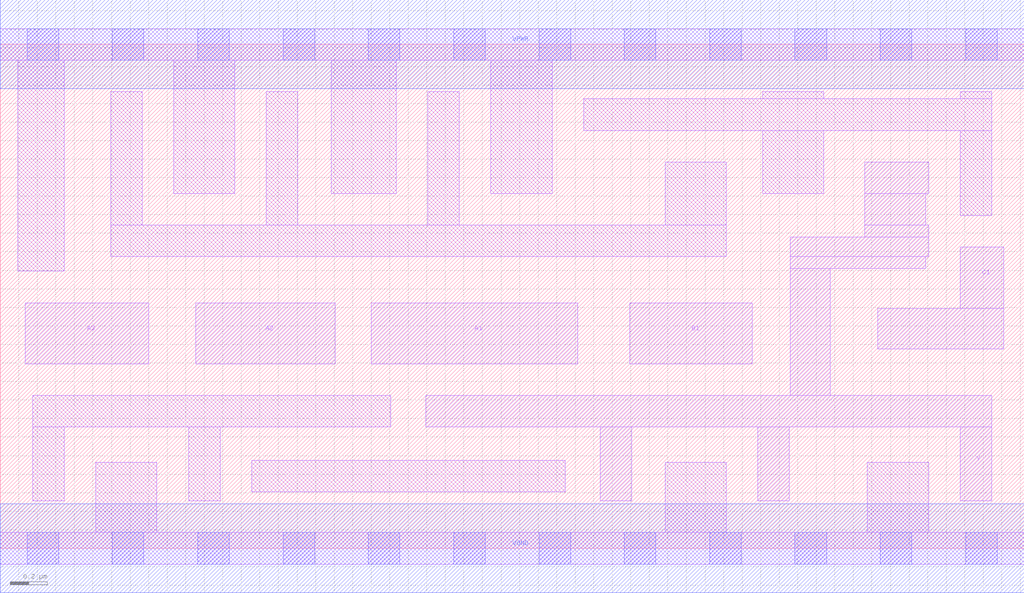
<source format=lef>
# Copyright 2020 The SkyWater PDK Authors
#
# Licensed under the Apache License, Version 2.0 (the "License");
# you may not use this file except in compliance with the License.
# You may obtain a copy of the License at
#
#     https://www.apache.org/licenses/LICENSE-2.0
#
# Unless required by applicable law or agreed to in writing, software
# distributed under the License is distributed on an "AS IS" BASIS,
# WITHOUT WARRANTIES OR CONDITIONS OF ANY KIND, either express or implied.
# See the License for the specific language governing permissions and
# limitations under the License.
#
# SPDX-License-Identifier: Apache-2.0

VERSION 5.7 ;
  NAMESCASESENSITIVE ON ;
  NOWIREEXTENSIONATPIN ON ;
  DIVIDERCHAR "/" ;
  BUSBITCHARS "[]" ;
UNITS
  DATABASE MICRONS 200 ;
END UNITS
MACRO sky130_fd_sc_hd__a311oi_2
  CLASS CORE ;
  SOURCE USER ;
  FOREIGN sky130_fd_sc_hd__a311oi_2 ;
  ORIGIN  0.000000  0.000000 ;
  SIZE  5.520000 BY  2.720000 ;
  SYMMETRY X Y R90 ;
  SITE unithd ;
  PIN A1
    ANTENNAGATEAREA  0.495000 ;
    DIRECTION INPUT ;
    USE SIGNAL ;
    PORT
      LAYER li1 ;
        RECT 2.000000 0.995000 3.115000 1.325000 ;
    END
  END A1
  PIN A2
    ANTENNAGATEAREA  0.495000 ;
    DIRECTION INPUT ;
    USE SIGNAL ;
    PORT
      LAYER li1 ;
        RECT 1.055000 0.995000 1.805000 1.325000 ;
    END
  END A2
  PIN A3
    ANTENNAGATEAREA  0.495000 ;
    DIRECTION INPUT ;
    USE SIGNAL ;
    PORT
      LAYER li1 ;
        RECT 0.135000 0.995000 0.800000 1.325000 ;
    END
  END A3
  PIN B1
    ANTENNAGATEAREA  0.495000 ;
    DIRECTION INPUT ;
    USE SIGNAL ;
    PORT
      LAYER li1 ;
        RECT 3.395000 0.995000 4.055000 1.325000 ;
    END
  END B1
  PIN C1
    ANTENNAGATEAREA  0.495000 ;
    DIRECTION INPUT ;
    USE SIGNAL ;
    PORT
      LAYER li1 ;
        RECT 4.730000 1.075000 5.410000 1.295000 ;
        RECT 5.175000 1.295000 5.410000 1.625000 ;
    END
  END C1
  PIN Y
    ANTENNADIFFAREA  1.141000 ;
    DIRECTION OUTPUT ;
    USE SIGNAL ;
    PORT
      LAYER li1 ;
        RECT 2.295000 0.655000 5.345000 0.825000 ;
        RECT 3.235000 0.255000 3.405000 0.655000 ;
        RECT 4.085000 0.255000 4.255000 0.655000 ;
        RECT 4.260000 0.825000 4.475000 1.510000 ;
        RECT 4.260000 1.510000 4.990000 1.575000 ;
        RECT 4.260000 1.575000 5.005000 1.680000 ;
        RECT 4.660000 1.680000 5.005000 1.745000 ;
        RECT 4.660000 1.745000 4.990000 1.915000 ;
        RECT 4.660000 1.915000 5.005000 2.085000 ;
        RECT 5.175000 0.255000 5.345000 0.655000 ;
    END
  END Y
  PIN VGND
    DIRECTION INOUT ;
    SHAPE ABUTMENT ;
    USE GROUND ;
    PORT
      LAYER met1 ;
        RECT 0.000000 -0.240000 5.520000 0.240000 ;
    END
  END VGND
  PIN VPWR
    DIRECTION INOUT ;
    SHAPE ABUTMENT ;
    USE POWER ;
    PORT
      LAYER met1 ;
        RECT 0.000000 2.480000 5.520000 2.960000 ;
    END
  END VPWR
  OBS
    LAYER li1 ;
      RECT 0.000000 -0.085000 5.520000 0.085000 ;
      RECT 0.000000  2.635000 5.520000 2.805000 ;
      RECT 0.095000  1.495000 0.345000 2.635000 ;
      RECT 0.175000  0.255000 0.345000 0.655000 ;
      RECT 0.175000  0.655000 2.105000 0.825000 ;
      RECT 0.515000  0.085000 0.845000 0.465000 ;
      RECT 0.595000  1.575000 3.915000 1.745000 ;
      RECT 0.595000  1.745000 0.765000 2.465000 ;
      RECT 0.935000  1.915000 1.265000 2.635000 ;
      RECT 1.015000  0.255000 1.185000 0.655000 ;
      RECT 1.355000  0.305000 3.045000 0.475000 ;
      RECT 1.435000  1.745000 1.605000 2.465000 ;
      RECT 1.785000  1.915000 2.135000 2.635000 ;
      RECT 2.305000  1.745000 2.475000 2.465000 ;
      RECT 2.645000  1.915000 2.975000 2.635000 ;
      RECT 3.145000  2.255000 5.345000 2.425000 ;
      RECT 3.585000  0.085000 3.915000 0.465000 ;
      RECT 3.585000  1.745000 3.915000 2.085000 ;
      RECT 4.110000  1.915000 4.440000 2.255000 ;
      RECT 4.110000  2.425000 4.440000 2.465000 ;
      RECT 4.675000  0.085000 5.005000 0.465000 ;
      RECT 5.175000  1.795000 5.345000 2.255000 ;
      RECT 5.175000  2.425000 5.345000 2.465000 ;
    LAYER mcon ;
      RECT 0.145000 -0.085000 0.315000 0.085000 ;
      RECT 0.145000  2.635000 0.315000 2.805000 ;
      RECT 0.605000 -0.085000 0.775000 0.085000 ;
      RECT 0.605000  2.635000 0.775000 2.805000 ;
      RECT 1.065000 -0.085000 1.235000 0.085000 ;
      RECT 1.065000  2.635000 1.235000 2.805000 ;
      RECT 1.525000 -0.085000 1.695000 0.085000 ;
      RECT 1.525000  2.635000 1.695000 2.805000 ;
      RECT 1.985000 -0.085000 2.155000 0.085000 ;
      RECT 1.985000  2.635000 2.155000 2.805000 ;
      RECT 2.445000 -0.085000 2.615000 0.085000 ;
      RECT 2.445000  2.635000 2.615000 2.805000 ;
      RECT 2.905000 -0.085000 3.075000 0.085000 ;
      RECT 2.905000  2.635000 3.075000 2.805000 ;
      RECT 3.365000 -0.085000 3.535000 0.085000 ;
      RECT 3.365000  2.635000 3.535000 2.805000 ;
      RECT 3.825000 -0.085000 3.995000 0.085000 ;
      RECT 3.825000  2.635000 3.995000 2.805000 ;
      RECT 4.285000 -0.085000 4.455000 0.085000 ;
      RECT 4.285000  2.635000 4.455000 2.805000 ;
      RECT 4.745000 -0.085000 4.915000 0.085000 ;
      RECT 4.745000  2.635000 4.915000 2.805000 ;
      RECT 5.205000 -0.085000 5.375000 0.085000 ;
      RECT 5.205000  2.635000 5.375000 2.805000 ;
  END
END sky130_fd_sc_hd__a311oi_2
END LIBRARY

</source>
